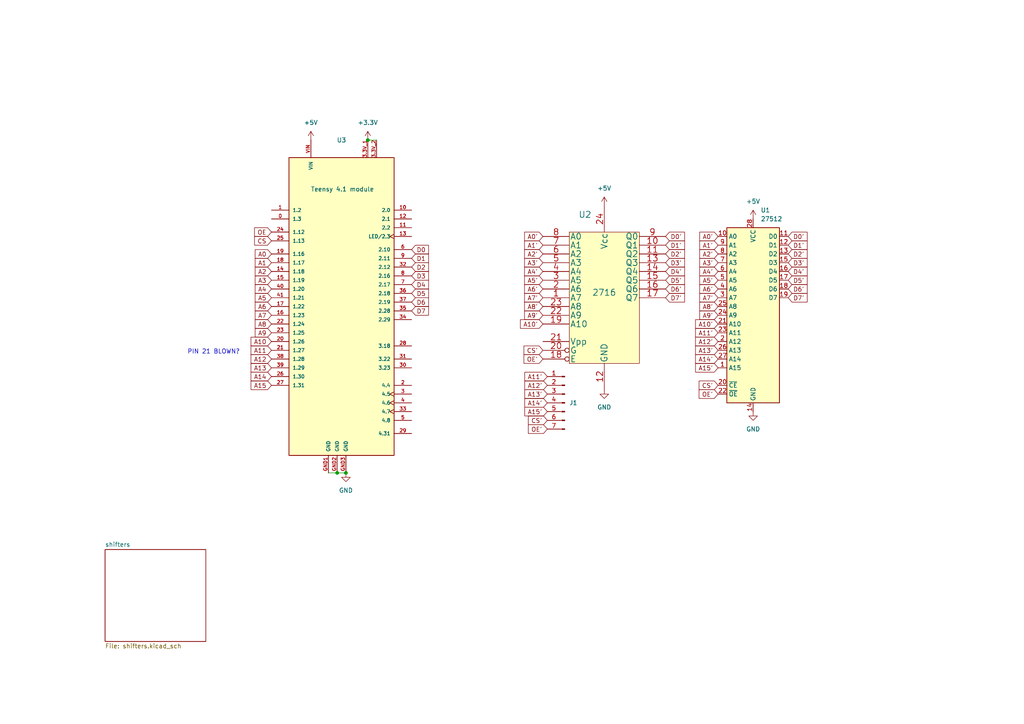
<source format=kicad_sch>
(kicad_sch (version 20231120) (generator "eeschema") (generator_version "8.0")
  (paper "A4")
  (lib_symbols
    (symbol "Connector:Conn_01x07_Pin" (pin_names (offset 1.016) hide)
      (property "Reference" "J" (at 0 10.16 0))
      (property "Value" "Conn_01x07_Pin" (at 0 -10.16 0))
      (symbol "Conn_01x07_Pin_1_1"
        (polyline (pts (xy 1.27 -7.62) (xy 0.8636 -7.62)) (stroke (width 0.1524)))
        (polyline (pts (xy 1.27 -5.08) (xy 0.8636 -5.08)) (stroke (width 0.1524)))
        (polyline (pts (xy 1.27 -2.54) (xy 0.8636 -2.54)) (stroke (width 0.1524)))
        (polyline (pts (xy 1.27 0) (xy 0.8636 0)) (stroke (width 0.1524)))
        (polyline (pts (xy 1.27 2.54) (xy 0.8636 2.54)) (stroke (width 0.1524)))
        (polyline (pts (xy 1.27 5.08) (xy 0.8636 5.08)) (stroke (width 0.1524)))
        (polyline (pts (xy 1.27 7.62) (xy 0.8636 7.62)) (stroke (width 0.1524)))
        (rectangle (start 0.8636 -7.493) (end 0 -7.747) (stroke (width 0.1524)) (fill (type outline)))
        (rectangle (start 0.8636 -4.953) (end 0 -5.207) (stroke (width 0.1524)) (fill (type outline)))
        (rectangle (start 0.8636 -2.413) (end 0 -2.667) (stroke (width 0.1524)) (fill (type outline)))
        (rectangle (start 0.8636 0.127) (end 0 -0.127) (stroke (width 0.1524)) (fill (type outline)))
        (rectangle (start 0.8636 2.667) (end 0 2.413) (stroke (width 0.1524)) (fill (type outline)))
        (rectangle (start 0.8636 5.207) (end 0 4.953) (stroke (width 0.1524)) (fill (type outline)))
        (rectangle (start 0.8636 7.747) (end 0 7.493) (stroke (width 0.1524)) (fill (type outline)))
        (pin passive line (at 5.08 7.62 180) (length 3.81) (name "Pin_1") (number "1"))
        (pin passive line (at 5.08 5.08 180) (length 3.81) (name "Pin_2") (number "2"))
        (pin passive line (at 5.08 2.54 180) (length 3.81) (name "Pin_3") (number "3"))
        (pin passive line (at 5.08 0 180) (length 3.81) (name "Pin_4") (number "4"))
        (pin passive line (at 5.08 -2.54 180) (length 3.81) (name "Pin_5") (number "5"))
        (pin passive line (at 5.08 -5.08 180) (length 3.81) (name "Pin_6") (number "6"))
        (pin passive line (at 5.08 -7.62 180) (length 3.81) (name "Pin_7") (number "7"))
      )
    )
    (symbol "DEV-16771:DEV-16771" (pin_names (offset 1.016))
      (property "Reference" "U3" (at 0 55.88 0))
      (property "Value" "Teensy 4.1 module" (at 0.254 41.656 0))
      (symbol "DEV-16771_0_0"
        (rectangle (start -15.24 50.8) (end 15.24 -35.56) (stroke (width 0.254)) (fill (type background)))
        (pin bidirectional line (at -20.32 33.02 0) (length 5.08) (name "1.3") (number "0"))
        (pin bidirectional line (at -20.32 35.56 0) (length 5.08) (name "1.2") (number "1"))
        (pin bidirectional line (at 20.32 35.56 180) (length 5.08) (name "2.0") (number "10"))
        (pin bidirectional line (at 20.32 30.48 180) (length 5.08) (name "2.2") (number "11"))
        (pin bidirectional line (at 20.32 33.02 180) (length 5.08) (name "2.1") (number "12"))
        (pin bidirectional line (at -20.32 17.78 0) (length 5.08) (name "1.18") (number "14"))
        (pin bidirectional line (at -20.32 15.24 0) (length 5.08) (name "1.19") (number "15"))
        (pin bidirectional line (at -20.32 5.08 0) (length 5.08) (name "1.23") (number "16"))
        (pin bidirectional line (at -20.32 7.62 0) (length 5.08) (name "1.22") (number "17"))
        (pin bidirectional line (at -20.32 20.32 0) (length 5.08) (name "1.17") (number "18"))
        (pin bidirectional line (at -20.32 22.86 0) (length 5.08) (name "1.16") (number "19"))
        (pin output line (at 20.32 -15.24 180) (length 5.08) (name "4.4") (number "2"))
        (pin bidirectional line (at -20.32 -2.54 0) (length 5.08) (name "1.26") (number "20"))
        (pin bidirectional line (at -20.32 -5.08 0) (length 5.08) (name "1.27") (number "21"))
        (pin bidirectional line (at -20.32 2.54 0) (length 5.08) (name "1.24") (number "22"))
        (pin bidirectional line (at -20.32 0 0) (length 5.08) (name "1.25") (number "23"))
        (pin bidirectional line (at -20.32 29.21 0) (length 5.08) (name "1.12") (number "24"))
        (pin bidirectional line (at -20.32 26.67 0) (length 5.08) (name "1.13") (number "25"))
        (pin bidirectional line (at -20.32 -12.7 0) (length 5.08) (name "1.30") (number "26"))
        (pin bidirectional line (at -20.32 -15.24 0) (length 5.08) (name "1.31") (number "27"))
        (pin bidirectional line (at 20.32 -3.81 180) (length 5.08) (name "3.18") (number "28"))
        (pin bidirectional line (at 20.32 -29.21 180) (length 5.08) (name "4.31") (number "29"))
        (pin bidirectional clock (at 20.32 -17.78 180) (length 5.08) (name "4.5") (number "3"))
        (pin power_in line (at 7.62 55.88 270) (length 5.08) (name "") (number "3.3V_1"))
        (pin power_in line (at 10.16 55.88 270) (length 5.08) (name "") (number "3.3V_2"))
        (pin bidirectional line (at 20.32 -10.16 180) (length 5.08) (name "3.23") (number "30"))
        (pin bidirectional line (at 20.32 -7.62 180) (length 5.08) (name "3.22") (number "31"))
        (pin output line (at 20.32 19.05 180) (length 5.08) (name "2.12") (number "32"))
        (pin bidirectional clock (at 20.32 -22.86 180) (length 5.08) (name "4.7") (number "33"))
        (pin bidirectional line (at 20.32 3.81 180) (length 5.08) (name "2.29") (number "34"))
        (pin bidirectional line (at 20.32 6.35 180) (length 5.08) (name "2.28") (number "35"))
        (pin bidirectional line (at 20.32 11.43 180) (length 5.08) (name "2.18") (number "36"))
        (pin bidirectional line (at 20.32 8.89 180) (length 5.08) (name "2.19") (number "37"))
        (pin bidirectional line (at -20.32 -7.62 0) (length 5.08) (name "1.28") (number "38"))
        (pin bidirectional line (at -20.32 -10.16 0) (length 5.08) (name "1.29") (number "39"))
        (pin bidirectional clock (at 20.32 -20.32 180) (length 5.08) (name "4.6") (number "4"))
        (pin bidirectional line (at -20.32 12.7 0) (length 5.08) (name "1.20") (number "40"))
        (pin bidirectional line (at -20.32 10.16 0) (length 5.08) (name "1.21") (number "41"))
        (pin bidirectional line (at 20.32 -25.4 180) (length 5.08) (name "4.8") (number "5"))
        (pin output line (at 20.32 24.13 180) (length 5.08) (name "2.10") (number "6"))
        (pin bidirectional line (at 20.32 13.97 180) (length 5.08) (name "2.17") (number "7"))
        (pin bidirectional line (at 20.32 16.51 180) (length 5.08) (name "2.16") (number "8"))
        (pin output line (at 20.32 21.59 180) (length 5.08) (name "2.11") (number "9"))
        (pin power_in line (at -3.81 -40.64 90) (length 5.08) (name "GND") (number "GND1"))
        (pin power_in line (at -1.27 -40.64 90) (length 5.08) (name "GND") (number "GND2"))
        (pin power_in line (at 1.27 -40.64 90) (length 5.08) (name "GND") (number "GND3"))
        (pin input line (at -8.89 55.88 270) (length 5.08) (name "VIN") (number "VIN"))
      )
      (symbol "DEV-16771_1_0"
        (pin bidirectional clock (at 20.32 27.94 180) (length 5.08) (name "LED/2.3") (number "13"))
      )
    )
    (symbol "Memory_EPROM:27512"
      (property "Reference" "U" (at -7.62 26.67 0))
      (property "Value" "27512" (at 2.54 -26.67 0))
      (symbol "27512_1_1"
        (rectangle (start -7.62 25.4) (end 7.62 -25.4) (stroke (width 0.254)) (fill (type background)))
        (pin input line (at -10.16 -15.24 0) (length 2.54) (name "A15") (number "1"))
        (pin input line (at -10.16 22.86 0) (length 2.54) (name "A0") (number "10"))
        (pin tri_state line (at 10.16 22.86 180) (length 2.54) (name "D0") (number "11"))
        (pin tri_state line (at 10.16 20.32 180) (length 2.54) (name "D1") (number "12"))
        (pin tri_state line (at 10.16 17.78 180) (length 2.54) (name "D2") (number "13"))
        (pin power_in line (at 0 -27.94 90) (length 2.54) (name "GND") (number "14"))
        (pin tri_state line (at 10.16 15.24 180) (length 2.54) (name "D3") (number "15"))
        (pin tri_state line (at 10.16 12.7 180) (length 2.54) (name "D4") (number "16"))
        (pin tri_state line (at 10.16 10.16 180) (length 2.54) (name "D5") (number "17"))
        (pin tri_state line (at 10.16 7.62 180) (length 2.54) (name "D6") (number "18"))
        (pin tri_state line (at 10.16 5.08 180) (length 2.54) (name "D7") (number "19"))
        (pin input line (at -10.16 -7.62 0) (length 2.54) (name "A12") (number "2"))
        (pin input line (at -10.16 -20.32 0) (length 2.54) (name "~{CE}") (number "20"))
        (pin input line (at -10.16 -2.54 0) (length 2.54) (name "A10") (number "21"))
        (pin input line (at -10.16 -22.86 0) (length 2.54) (name "~{OE}") (number "22"))
        (pin input line (at -10.16 -5.08 0) (length 2.54) (name "A11") (number "23"))
        (pin input line (at -10.16 0 0) (length 2.54) (name "A9") (number "24"))
        (pin input line (at -10.16 2.54 0) (length 2.54) (name "A8") (number "25"))
        (pin input line (at -10.16 -10.16 0) (length 2.54) (name "A13") (number "26"))
        (pin input line (at -10.16 -12.7 0) (length 2.54) (name "A14") (number "27"))
        (pin power_in line (at 0 27.94 270) (length 2.54) (name "VCC") (number "28"))
        (pin input line (at -10.16 5.08 0) (length 2.54) (name "A7") (number "3"))
        (pin input line (at -10.16 7.62 0) (length 2.54) (name "A6") (number "4"))
        (pin input line (at -10.16 10.16 0) (length 2.54) (name "A5") (number "5"))
        (pin input line (at -10.16 12.7 0) (length 2.54) (name "A4") (number "6"))
        (pin input line (at -10.16 15.24 0) (length 2.54) (name "A3") (number "7"))
        (pin input line (at -10.16 17.78 0) (length 2.54) (name "A2") (number "8"))
        (pin input line (at -10.16 20.32 0) (length 2.54) (name "A1") (number "9"))
      )
    )
    (symbol "memory:2716" (pin_names (offset 0.254))
      (property "Reference" "U2" (at -5.588 24.13 0))
      (property "Value" "2716" (at 0 1.524 0))
      (symbol "2716_0_1"
        (rectangle (start -10.16 19.05) (end 10.16 -19.05) (fill (type background)))
      )
      (symbol "2716_1_0"
        (pin power_in line (at 0 -26.67 90) (length 7.62) (name "GND") (number "12"))
        (pin power_in line (at 0 26.67 270) (length 7.62) (name "Vcc") (number "24"))
      )
      (symbol "2716_1_1"
        (pin input line (at -17.78 0 0) (length 7.62) (name "A7") (number "1"))
        (pin tri_state line (at 17.78 15.24 180) (length 7.62) (name "Q1") (number "10"))
        (pin tri_state line (at 17.78 12.7 180) (length 7.62) (name "Q2") (number "11"))
        (pin tri_state line (at 17.78 10.16 180) (length 7.62) (name "Q3") (number "13"))
        (pin tri_state line (at 17.78 7.62 180) (length 7.62) (name "Q4") (number "14"))
        (pin tri_state line (at 17.78 5.08 180) (length 7.62) (name "Q5") (number "15"))
        (pin tri_state line (at 17.78 2.54 180) (length 7.62) (name "Q6") (number "16"))
        (pin tri_state line (at 17.78 0 180) (length 7.62) (name "Q7") (number "17"))
        (pin input inverted (at -17.78 -17.78 0) (length 7.62) (name "E") (number "18"))
        (pin input line (at -17.78 -7.62 0) (length 7.62) (name "A10") (number "19"))
        (pin input line (at -17.78 2.54 0) (length 7.62) (name "A6") (number "2"))
        (pin input inverted (at -17.78 -15.24 0) (length 7.62) (name "G") (number "20"))
        (pin input line (at -17.78 -12.7 0) (length 7.62) (name "Vpp") (number "21"))
        (pin input line (at -17.78 -5.08 0) (length 7.62) (name "A9") (number "22"))
        (pin input line (at -17.78 -2.54 0) (length 7.62) (name "A8") (number "23"))
        (pin input line (at -17.78 5.08 0) (length 7.62) (name "A5") (number "3"))
        (pin input line (at -17.78 7.62 0) (length 7.62) (name "A4") (number "4"))
        (pin input line (at -17.78 10.16 0) (length 7.62) (name "A3") (number "5"))
        (pin input line (at -17.78 12.7 0) (length 7.62) (name "A2") (number "6"))
        (pin input line (at -17.78 15.24 0) (length 7.62) (name "A1") (number "7"))
        (pin input line (at -17.78 17.78 0) (length 7.62) (name "A0") (number "8"))
        (pin tri_state line (at 17.78 17.78 180) (length 7.62) (name "Q0") (number "9"))
      )
    )
    (symbol "power:+3.3V" (power) (pin_numbers hide) (pin_names (offset 0) hide)
      (property "Value" "+3.3V" (at 0 3.556 0))
      (symbol "+3.3V_0_1"
        (polyline (pts (xy -0.762 1.27) (xy 0 2.54)))
        (polyline (pts (xy 0 0) (xy 0 2.54)))
        (polyline (pts (xy 0 2.54) (xy 0.762 1.27)))
      )
      (symbol "+3.3V_1_1"
        (pin power_in line (at 0 0 90) (length 0) (name "~") (number "1"))
      )
    )
    (symbol "power:+5V" (power) (pin_numbers hide) (pin_names (offset 0) hide)
      (property "Value" "+5V" (at 0 3.556 0))
      (symbol "+5V_0_1"
        (polyline (pts (xy -0.762 1.27) (xy 0 2.54)))
        (polyline (pts (xy 0 0) (xy 0 2.54)))
        (polyline (pts (xy 0 2.54) (xy 0.762 1.27)))
      )
      (symbol "+5V_1_1"
        (pin power_in line (at 0 0 90) (length 0) (name "~") (number "1"))
      )
    )
    (symbol "power:GND" (power) (pin_numbers hide) (pin_names (offset 0) hide)
      (property "Value" "GND" (at 0 -3.81 0))
      (symbol "GND_0_1"
        (polyline (pts (xy 0 0) (xy 0 -1.27) (xy 1.27 -1.27) (xy 0 -2.54) (xy -1.27 -1.27) (xy 0 -1.27)))
      )
      (symbol "GND_1_1"
        (pin power_in line (at 0 0 270) (length 0) (name "~") (number "1"))
      )
    )
  )
  (junction (at 106.68 40.64))
  (junction (at 97.79 137.16))
  (junction (at 100.33 137.16))
  (wire (pts (xy 106.68 40.64) (xy 109.22 40.64)))
  (wire (pts (xy 97.79 137.16) (xy 100.33 137.16)))
  (wire (pts (xy 95.25 137.16) (xy 97.79 137.16)))
  (text "PIN 21 BLOWN?\n" (at 61.976 102.108 0) (effects (font (size 1.27 1.27))))
  (global_label "A9'" (shape input) (at 208.28 91.44 180) (property "Intersheetrefs" "${INTERSHEET_REFS}" (effects (hide yes))))
  (global_label "A0" (shape input) (at 78.74 73.66 180) (property "Intersheetrefs" "${INTERSHEET_REFS}" (effects (hide yes))))
  (global_label "CS'" (shape input) (at 208.28 111.76 180) (property "Intersheetrefs" "${INTERSHEET_REFS}" (effects (hide yes))))
  (global_label "A11'" (shape input) (at 208.28 96.52 180) (property "Intersheetrefs" "${INTERSHEET_REFS}" (effects (hide yes))))
  (global_label "A3'" (shape input) (at 208.28 76.2 180) (property "Intersheetrefs" "${INTERSHEET_REFS}" (effects (hide yes))))
  (global_label "A8" (shape input) (at 78.74 93.98 180) (property "Intersheetrefs" "${INTERSHEET_REFS}" (effects (hide yes))))
  (global_label "A1'" (shape input) (at 157.48 71.12 180) (property "Intersheetrefs" "${INTERSHEET_REFS}" (effects (hide yes))))
  (global_label "D1" (shape input) (at 119.38 74.93 0) (property "Intersheetrefs" "${INTERSHEET_REFS}" (effects (hide yes))))
  (global_label "D7" (shape input) (at 119.38 90.17 0) (property "Intersheetrefs" "${INTERSHEET_REFS}" (effects (hide yes))))
  (global_label "A5'" (shape input) (at 208.28 81.28 180) (property "Intersheetrefs" "${INTERSHEET_REFS}" (effects (hide yes))))
  (global_label "A8'" (shape input) (at 157.48 88.9 180) (property "Intersheetrefs" "${INTERSHEET_REFS}" (effects (hide yes))))
  (global_label "A4" (shape input) (at 78.74 83.82 180) (property "Intersheetrefs" "${INTERSHEET_REFS}" (effects (hide yes))))
  (global_label "D4" (shape input) (at 119.38 82.55 0) (property "Intersheetrefs" "${INTERSHEET_REFS}" (effects (hide yes))))
  (global_label "A11" (shape input) (at 78.74 101.6 180) (property "Intersheetrefs" "${INTERSHEET_REFS}" (effects (hide yes))))
  (global_label "D2'" (shape input) (at 228.6 73.66 0) (property "Intersheetrefs" "${INTERSHEET_REFS}" (effects (hide yes))))
  (global_label "D0'" (shape input) (at 193.04 68.58 0) (property "Intersheetrefs" "${INTERSHEET_REFS}" (effects (hide yes))))
  (global_label "A12" (shape input) (at 78.74 104.14 180) (property "Intersheetrefs" "${INTERSHEET_REFS}" (effects (hide yes))))
  (global_label "A7'" (shape input) (at 208.28 86.36 180) (property "Intersheetrefs" "${INTERSHEET_REFS}" (effects (hide yes))))
  (global_label "D1'" (shape input) (at 228.6 71.12 0) (property "Intersheetrefs" "${INTERSHEET_REFS}" (effects (hide yes))))
  (global_label "D5'" (shape input) (at 228.6 81.28 0) (property "Intersheetrefs" "${INTERSHEET_REFS}" (effects (hide yes))))
  (global_label "CS" (shape input) (at 78.74 69.85 180) (property "Intersheetrefs" "${INTERSHEET_REFS}" (effects (hide yes))))
  (global_label "A6" (shape input) (at 78.74 88.9 180) (property "Intersheetrefs" "${INTERSHEET_REFS}" (effects (hide yes))))
  (global_label "A15" (shape input) (at 78.74 111.76 180) (property "Intersheetrefs" "${INTERSHEET_REFS}" (effects (hide yes))))
  (global_label "D2" (shape input) (at 119.38 77.47 0) (property "Intersheetrefs" "${INTERSHEET_REFS}" (effects (hide yes))))
  (global_label "D3'" (shape input) (at 193.04 76.2 0) (property "Intersheetrefs" "${INTERSHEET_REFS}" (effects (hide yes))))
  (global_label "A1'" (shape input) (at 208.28 71.12 180) (property "Intersheetrefs" "${INTERSHEET_REFS}" (effects (hide yes))))
  (global_label "A7" (shape input) (at 78.74 91.44 180) (property "Intersheetrefs" "${INTERSHEET_REFS}" (effects (hide yes))))
  (global_label "A9" (shape input) (at 78.74 96.52 180) (property "Intersheetrefs" "${INTERSHEET_REFS}" (effects (hide yes))))
  (global_label "D4'" (shape input) (at 193.04 78.74 0) (property "Intersheetrefs" "${INTERSHEET_REFS}" (effects (hide yes))))
  (global_label "D5'" (shape input) (at 193.04 81.28 0) (property "Intersheetrefs" "${INTERSHEET_REFS}" (effects (hide yes))))
  (global_label "D6" (shape input) (at 119.38 87.63 0) (property "Intersheetrefs" "${INTERSHEET_REFS}" (effects (hide yes))))
  (global_label "D2'" (shape input) (at 193.04 73.66 0) (property "Intersheetrefs" "${INTERSHEET_REFS}" (effects (hide yes))))
  (global_label "A6'" (shape input) (at 208.28 83.82 180) (property "Intersheetrefs" "${INTERSHEET_REFS}" (effects (hide yes))))
  (global_label "A4'" (shape input) (at 157.48 78.74 180) (property "Intersheetrefs" "${INTERSHEET_REFS}" (effects (hide yes))))
  (global_label "A14'" (shape input) (at 158.75 116.84 180) (property "Intersheetrefs" "${INTERSHEET_REFS}" (effects (hide yes))))
  (global_label "CS'" (shape input) (at 158.75 121.92 180) (property "Intersheetrefs" "${INTERSHEET_REFS}" (effects (hide yes))))
  (global_label "A10'" (shape input) (at 157.48 93.98 180) (property "Intersheetrefs" "${INTERSHEET_REFS}" (effects (hide yes))))
  (global_label "D6'" (shape input) (at 193.04 83.82 0) (property "Intersheetrefs" "${INTERSHEET_REFS}" (effects (hide yes))))
  (global_label "CS'" (shape input) (at 157.48 101.6 180) (property "Intersheetrefs" "${INTERSHEET_REFS}" (effects (hide yes))))
  (global_label "D0" (shape input) (at 119.38 72.39 0) (property "Intersheetrefs" "${INTERSHEET_REFS}" (effects (hide yes))))
  (global_label "A14" (shape input) (at 78.74 109.22 180) (property "Intersheetrefs" "${INTERSHEET_REFS}" (effects (hide yes))))
  (global_label "D0'" (shape input) (at 228.6 68.58 0) (property "Intersheetrefs" "${INTERSHEET_REFS}" (effects (hide yes))))
  (global_label "D7'" (shape input) (at 228.6 86.36 0) (property "Intersheetrefs" "${INTERSHEET_REFS}" (effects (hide yes))))
  (global_label "D5" (shape input) (at 119.38 85.09 0) (property "Intersheetrefs" "${INTERSHEET_REFS}" (effects (hide yes))))
  (global_label "A5" (shape input) (at 78.74 86.36 180) (property "Intersheetrefs" "${INTERSHEET_REFS}" (effects (hide yes))))
  (global_label "A3'" (shape input) (at 157.48 76.2 180) (property "Intersheetrefs" "${INTERSHEET_REFS}" (effects (hide yes))))
  (global_label "A2" (shape input) (at 78.74 78.74 180) (property "Intersheetrefs" "${INTERSHEET_REFS}" (effects (hide yes))))
  (global_label "A14'" (shape input) (at 208.28 104.14 180) (property "Intersheetrefs" "${INTERSHEET_REFS}" (effects (hide yes))))
  (global_label "A2'" (shape input) (at 157.48 73.66 180) (property "Intersheetrefs" "${INTERSHEET_REFS}" (effects (hide yes))))
  (global_label "A5'" (shape input) (at 157.48 81.28 180) (property "Intersheetrefs" "${INTERSHEET_REFS}" (effects (hide yes))))
  (global_label "A10" (shape input) (at 78.74 99.06 180) (property "Intersheetrefs" "${INTERSHEET_REFS}" (effects (hide yes))))
  (global_label "OE'" (shape input) (at 208.28 114.3 180) (property "Intersheetrefs" "${INTERSHEET_REFS}" (effects (hide yes))))
  (global_label "A3" (shape input) (at 78.74 81.28 180) (property "Intersheetrefs" "${INTERSHEET_REFS}" (effects (hide yes))))
  (global_label "A10'" (shape input) (at 208.28 93.98 180) (property "Intersheetrefs" "${INTERSHEET_REFS}" (effects (hide yes))))
  (global_label "A4'" (shape input) (at 208.28 78.74 180) (property "Intersheetrefs" "${INTERSHEET_REFS}" (effects (hide yes))))
  (global_label "A15'" (shape input) (at 158.75 119.38 180) (property "Intersheetrefs" "${INTERSHEET_REFS}" (effects (hide yes))))
  (global_label "A8'" (shape input) (at 208.28 88.9 180) (property "Intersheetrefs" "${INTERSHEET_REFS}" (effects (hide yes))))
  (global_label "D4'" (shape input) (at 228.6 78.74 0) (property "Intersheetrefs" "${INTERSHEET_REFS}" (effects (hide yes))))
  (global_label "D7'" (shape input) (at 193.04 86.36 0) (property "Intersheetrefs" "${INTERSHEET_REFS}" (effects (hide yes))))
  (global_label "A7'" (shape input) (at 157.48 86.36 180) (property "Intersheetrefs" "${INTERSHEET_REFS}" (effects (hide yes))))
  (global_label "OE'" (shape input) (at 157.48 104.14 180) (property "Intersheetrefs" "${INTERSHEET_REFS}" (effects (hide yes))))
  (global_label "A13'" (shape input) (at 208.28 101.6 180) (property "Intersheetrefs" "${INTERSHEET_REFS}" (effects (hide yes))))
  (global_label "D1'" (shape input) (at 193.04 71.12 0) (property "Intersheetrefs" "${INTERSHEET_REFS}" (effects (hide yes))))
  (global_label "A12'" (shape input) (at 158.75 111.76 180) (property "Intersheetrefs" "${INTERSHEET_REFS}" (effects (hide yes))))
  (global_label "A12'" (shape input) (at 208.28 99.06 180) (property "Intersheetrefs" "${INTERSHEET_REFS}" (effects (hide yes))))
  (global_label "A15'" (shape input) (at 208.28 106.68 180) (property "Intersheetrefs" "${INTERSHEET_REFS}" (effects (hide yes))))
  (global_label "A0'" (shape input) (at 208.28 68.58 180) (property "Intersheetrefs" "${INTERSHEET_REFS}" (effects (hide yes))))
  (global_label "A9'" (shape input) (at 157.48 91.44 180) (property "Intersheetrefs" "${INTERSHEET_REFS}" (effects (hide yes))))
  (global_label "A13" (shape input) (at 78.74 106.68 180) (property "Intersheetrefs" "${INTERSHEET_REFS}" (effects (hide yes))))
  (global_label "D3" (shape input) (at 119.38 80.01 0) (property "Intersheetrefs" "${INTERSHEET_REFS}" (effects (hide yes))))
  (global_label "D3'" (shape input) (at 228.6 76.2 0) (property "Intersheetrefs" "${INTERSHEET_REFS}" (effects (hide yes))))
  (global_label "OE" (shape input) (at 78.74 67.31 180) (property "Intersheetrefs" "${INTERSHEET_REFS}" (effects (hide yes))))
  (global_label "A1" (shape input) (at 78.74 76.2 180) (property "Intersheetrefs" "${INTERSHEET_REFS}" (effects (hide yes))))
  (global_label "A13'" (shape input) (at 158.75 114.3 180) (property "Intersheetrefs" "${INTERSHEET_REFS}" (effects (hide yes))))
  (global_label "OE'" (shape input) (at 158.75 124.46 180) (property "Intersheetrefs" "${INTERSHEET_REFS}" (effects (hide yes))))
  (global_label "D6'" (shape input) (at 228.6 83.82 0) (property "Intersheetrefs" "${INTERSHEET_REFS}" (effects (hide yes))))
  (global_label "A2'" (shape input) (at 208.28 73.66 180) (property "Intersheetrefs" "${INTERSHEET_REFS}" (effects (hide yes))))
  (global_label "A11'" (shape input) (at 158.75 109.22 180) (property "Intersheetrefs" "${INTERSHEET_REFS}" (effects (hide yes))))
  (global_label "A0'" (shape input) (at 157.48 68.58 180) (property "Intersheetrefs" "${INTERSHEET_REFS}" (effects (hide yes))))
  (global_label "A6'" (shape input) (at 157.48 83.82 180) (property "Intersheetrefs" "${INTERSHEET_REFS}" (effects (hide yes))))
  (symbol (lib_id "power:+3.3V") (at 106.68 40.64 0) (unit 1)
    (property "Reference" "#PWR051" (effects (hide yes)))
    (property "Value" "+3.3V" (at 106.68 35.56 0))
    (property "Description" "Power symbol creates a global label with name \"+3.3V\"" (effects (hide yes)))
  )
  (symbol (lib_id "power:GND") (at 100.33 137.16 0) (unit 1)
    (property "Reference" "#PWR053" (effects (hide yes)))
    (property "Value" "GND" (at 100.33 142.24 0))
    (property "Description" "Power symbol creates a global label with name \"GND\" , ground" (effects (hide yes)))
  )
  (symbol (lib_id "power:GND") (at 218.44 119.38 0) (unit 1) (on_board no)
    (property "Reference" "#PWR056" (effects (hide yes)))
    (property "Value" "GND" (at 218.44 124.46 0))
    (property "Description" "Power symbol creates a global label with name \"GND\" , ground" (effects (hide yes)))
  )
  (symbol (lib_id "DEV-16771:DEV-16771") (at 99.06 96.52 0) (unit 1)
    (property "Reference" "U3" (at 99.06 40.64 0))
    (property "Value" "Teensy 4.1 module" (at 99.314 54.864 0))
    (property "Footprint" "DEV-16771:MODULE_DEV-16771" (effects (hide yes)))
    (property "MF" "SparkFun Electronics" (effects (hide yes)))
    (property "MAXIMUM_PACKAGE_HEIGHT" "4.07mm" (effects (hide yes)))
    (property "Package" "None" (effects (hide yes)))
    (property "Price" "None" (effects (hide yes)))
    (property "Check_prices" "https://www.snapeda.com/parts/DEV-16771/SparkFun+Electronics/view-part/?ref=eda" (effects (hide yes)))
    (property "STANDARD" "Manufacturer recommendations" (effects (hide yes)))
    (property "PARTREV" "4.1" (effects (hide yes)))
    (property "SnapEDA_Link" "https://www.snapeda.com/parts/DEV-16771/SparkFun+Electronics/view-part/?ref=snap" (effects (hide yes)))
    (property "MP" "DEV-16771" (effects (hide yes)))
    (property "Purchase-URL" "https://www.snapeda.com/api/url_track_click_mouser/?unipart_id=4833875&manufacturer=SparkFun Electronics&part_name=DEV-16771&search_term=None" (effects (hide yes)))
    (property "Description_1" "\nRT1062 Teensy 4.1 series ARM® Cortex®-M7 MPU Embedded Evaluation Board\n" (effects (hide yes)))
    (property "Availability" "In Stock" (effects (hide yes)))
    (property "MANUFACTURER" "SparkFun Electronics" (effects (hide yes)))
  )
  (symbol (lib_id "Memory_EPROM:27512") (at 218.44 91.44 0) (unit 1)
    (property "Reference" "U1" (at 220.6341 60.96 0) (effects (justify left)))
    (property "Value" "27512" (at 220.6341 63.5 0) (effects (justify left)))
    (property "Footprint" "Package_DIP:DIP-28_W15.24mm" (effects (hide yes)))
    (property "Datasheet" "http://pdf.datasheetcatalog.com/datasheets/120/227190_DS.pdf" (effects (hide yes)))
    (property "Description" "UV Erasable EPROM 512 KiBit, [Obsolete 2007-01]" (effects (hide yes)))
  )
  (symbol (lib_id "power:+5V") (at 218.44 63.5 0) (unit 1) (on_board no)
    (property "Reference" "#PWR057" (effects (hide yes)))
    (property "Value" "+5V" (at 218.44 58.42 0))
    (property "Description" "Power symbol creates a global label with name \"+5V\"" (effects (hide yes)))
  )
  (symbol (lib_id "power:GND") (at 175.26 113.03 0) (unit 1)
    (property "Reference" "#PWR04" (effects (hide yes)))
    (property "Value" "GND" (at 175.26 118.11 0))
    (property "Description" "Power symbol creates a global label with name \"GND\" , ground" (effects (hide yes)))
  )
  (symbol (lib_id "power:+5V") (at 175.26 59.69 0) (unit 1)
    (property "Reference" "#PWR03" (effects (hide yes)))
    (property "Value" "+5V" (at 175.26 54.61 0))
    (property "Description" "Power symbol creates a global label with name \"+5V\"" (effects (hide yes)))
  )
  (symbol (lib_id "memory:2716") (at 175.26 86.36 0) (unit 1) (on_board no)
    (property "Reference" "U2" (at 169.672 62.23 0) (effects (font (size 1.778 1.778))))
    (property "Value" "2716" (at 175.26 84.836 0) (effects (font (size 1.778 1.778))))
    (property "Footprint" "Package_DIP:DIP-24_W15.24mm" (effects (hide yes)))
    (property "Description" "REPROM 2KO" (effects (hide yes)))
  )
  (symbol (lib_id "Connector:Conn_01x07_Pin") (at 163.83 116.84 0) (mirror y) (unit 1)
    (property "Reference" "J1" (at 165.1 116.8399 0) (effects (justify right)))
    (property "Value" "Conn_01x07_Pin" (effects (hide yes)))
    (property "Footprint" "Connector_PinHeader_2.54mm:PinHeader_1x07_P2.54mm_Vertical" (effects (hide yes)))
    (property "Description" "Generic connector, single row, 01x07, script generated" (effects (hide yes)))
  )
  (symbol (lib_id "power:+5V") (at 90.17 40.64 0) (unit 1)
    (property "Reference" "#PWR052" (effects (hide yes)))
    (property "Value" "+5V" (at 90.17 35.56 0))
    (property "Description" "Power symbol creates a global label with name \"+5V\"" (effects (hide yes)))
  )
  (sheet (at 30.48 159.385) (size 29.21 26.67) (stroke (width 0.1524))
    (property "Sheetname" "shifters" (at 30.48 158.6734 0) (effects (justify left bottom)))
    (property "Sheetfile" "shifters.kicad_sch" (at 30.48 186.6396 0) (effects (justify left top)))
  )
)
</source>
